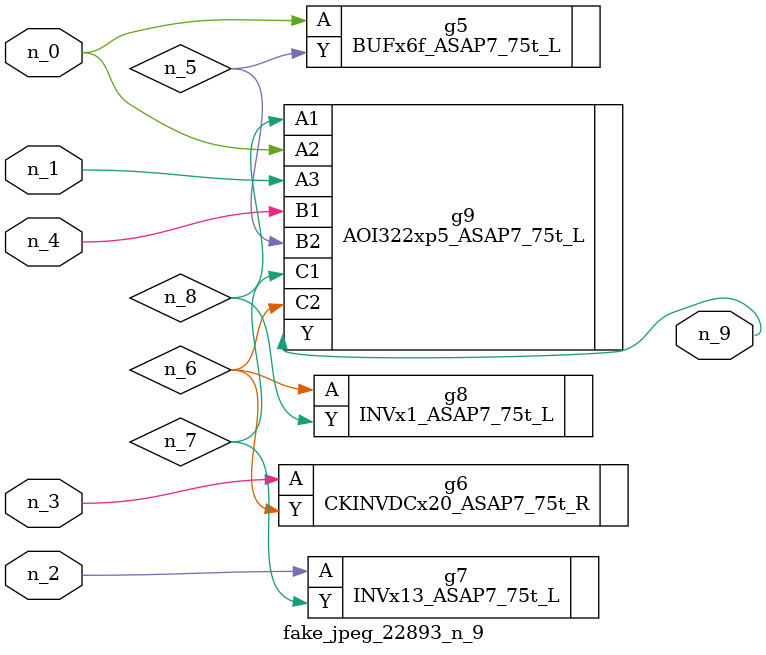
<source format=v>
module fake_jpeg_22893_n_9 (n_3, n_2, n_1, n_0, n_4, n_9);

input n_3;
input n_2;
input n_1;
input n_0;
input n_4;

output n_9;

wire n_8;
wire n_6;
wire n_5;
wire n_7;

BUFx6f_ASAP7_75t_L g5 ( 
.A(n_0),
.Y(n_5)
);

CKINVDCx20_ASAP7_75t_R g6 ( 
.A(n_3),
.Y(n_6)
);

INVx13_ASAP7_75t_L g7 ( 
.A(n_2),
.Y(n_7)
);

INVx1_ASAP7_75t_L g8 ( 
.A(n_6),
.Y(n_8)
);

AOI322xp5_ASAP7_75t_L g9 ( 
.A1(n_8),
.A2(n_0),
.A3(n_1),
.B1(n_4),
.B2(n_5),
.C1(n_7),
.C2(n_6),
.Y(n_9)
);


endmodule
</source>
